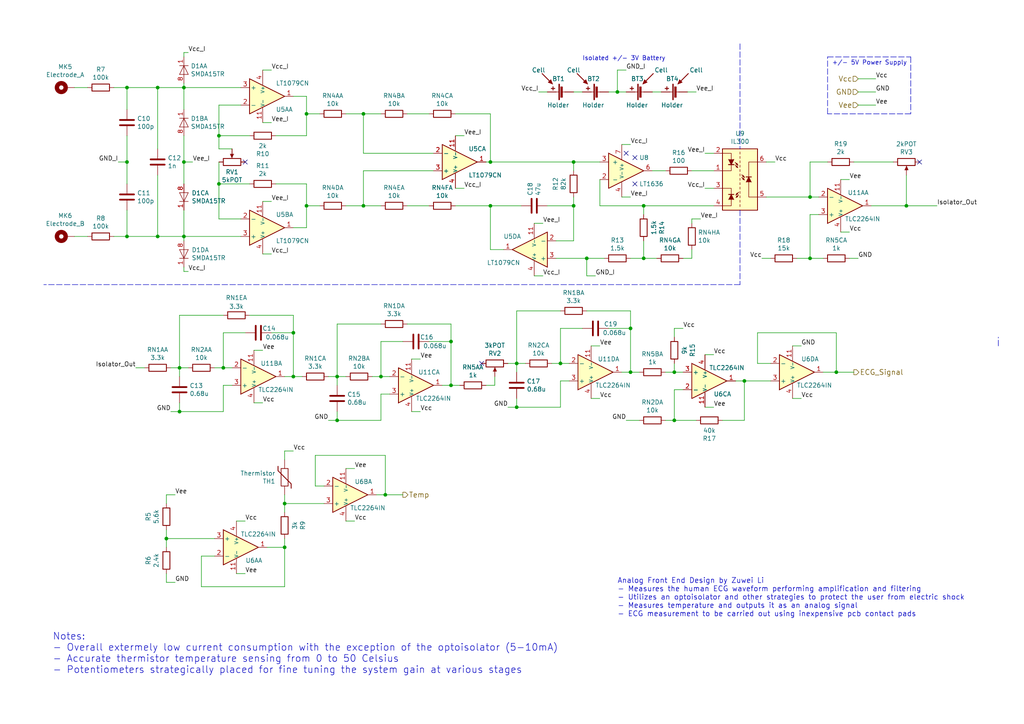
<source format=kicad_sch>
(kicad_sch (version 20231120) (generator "eeschema") (generator_version "8.0")
  (paper "A4")
  (junction (at 149.86 118.11))
  (junction (at 53.34 25.4))
  (junction (at 166.37 46.99))
  (junction (at 242.57 107.95))
  (junction (at 142.24 59.69))
  (junction (at 170.18 74.93))
  (junction (at 52.07 106.68))
  (junction (at 195.58 107.95))
  (junction (at 53.34 68.58))
  (junction (at 45.72 25.4))
  (junction (at 97.79 121.92))
  (junction (at 110.49 109.22))
  (junction (at 186.69 74.93))
  (junction (at 111.76 143.51))
  (junction (at 45.72 68.58))
  (junction (at 63.5 39.37))
  (junction (at 48.26 156.21))
  (junction (at 182.88 107.95))
  (junction (at 149.86 105.41))
  (junction (at 52.07 119.38))
  (junction (at 63.5 53.34))
  (junction (at 88.9 59.69))
  (junction (at 234.95 57.15))
  (junction (at 82.55 158.75))
  (junction (at 36.83 25.4))
  (junction (at 85.09 96.52))
  (junction (at 130.81 99.06))
  (junction (at 82.55 146.05))
  (junction (at 142.24 46.99))
  (junction (at 162.56 105.41))
  (junction (at 105.41 59.69))
  (junction (at 195.58 121.92))
  (junction (at 53.34 46.99))
  (junction (at 262.89 59.69))
  (junction (at 85.09 109.22))
  (junction (at 186.69 59.69))
  (junction (at 97.79 109.22))
  (junction (at 88.9 33.02))
  (junction (at 36.83 46.99))
  (junction (at 182.88 95.25))
  (junction (at 36.83 68.58))
  (junction (at 166.37 59.69))
  (junction (at 130.81 111.76))
  (junction (at 64.77 106.68))
  (junction (at 179.07 26.67))
  (junction (at 215.9 110.49))
  (junction (at 234.95 74.93))
  (junction (at 105.41 33.02))
  (no_connect (at 184.15 45.72))
  (no_connect (at 71.12 46.99))
  (no_connect (at 184.15 53.34))
  (no_connect (at 139.7 105.41))
  (no_connect (at 266.7 46.99))
  (no_connect (at 181.61 44.45))
  (wire (pts (xy 41.91 106.68) (xy 39.37 106.68)))
  (wire (pts (xy 64.77 96.52) (xy 64.77 106.68)))
  (wire (pts (xy 49.53 106.68) (xy 52.07 106.68)))
  (wire (pts (xy 229.87 115.57) (xy 232.41 115.57)))
  (wire (pts (xy 100.33 135.89) (xy 102.87 135.89)))
  (wire (pts (xy 69.85 68.58) (xy 53.34 68.58)))
  (wire (pts (xy 171.45 100.33) (xy 173.99 100.33)))
  (wire (pts (xy 142.24 46.99) (xy 166.37 46.99)))
  (wire (pts (xy 21.59 25.4) (xy 25.4 25.4)))
  (wire (pts (xy 48.26 158.75) (xy 48.26 156.21)))
  (wire (pts (xy 100.33 59.69) (xy 105.41 59.69)))
  (wire (pts (xy 69.85 30.48) (xy 63.5 30.48)))
  (wire (pts (xy 166.37 46.99) (xy 173.99 46.99)))
  (wire (pts (xy 97.79 119.38) (xy 97.79 121.92)))
  (wire (pts (xy 82.55 130.81) (xy 85.09 130.81)))
  (wire (pts (xy 111.76 143.51) (xy 109.22 143.51)))
  (wire (pts (xy 53.34 69.85) (xy 53.34 68.58)))
  (wire (pts (xy 93.98 140.97) (xy 91.44 140.97)))
  (wire (pts (xy 222.25 46.99) (xy 224.79 46.99)))
  (wire (pts (xy 222.25 57.15) (xy 234.95 57.15)))
  (wire (pts (xy 243.84 52.07) (xy 246.38 52.07)))
  (wire (pts (xy 85.09 109.22) (xy 85.09 96.52)))
  (wire (pts (xy 130.81 111.76) (xy 133.35 111.76)))
  (wire (pts (xy 36.83 60.96) (xy 36.83 68.58)))
  (wire (pts (xy 182.88 107.95) (xy 185.42 107.95)))
  (wire (pts (xy 171.45 115.57) (xy 173.99 115.57)))
  (wire (pts (xy 130.81 111.76) (xy 130.81 99.06)))
  (wire (pts (xy 173.99 59.69) (xy 186.69 59.69)))
  (wire (pts (xy 95.25 109.22) (xy 97.79 109.22)))
  (wire (pts (xy 179.07 20.32) (xy 181.61 20.32)))
  (wire (pts (xy 67.31 43.18) (xy 63.5 43.18)))
  (wire (pts (xy 161.29 74.93) (xy 170.18 74.93)))
  (wire (pts (xy 172.72 80.01) (xy 170.18 80.01)))
  (wire (pts (xy 82.55 133.35) (xy 82.55 130.81)))
  (wire (pts (xy 219.71 96.52) (xy 242.57 96.52)))
  (wire (pts (xy 48.26 143.51) (xy 50.8 143.51)))
  (wire (pts (xy 195.58 97.79) (xy 195.58 95.25)))
  (wire (pts (xy 220.98 74.93) (xy 223.52 74.93)))
  (wire (pts (xy 146.05 72.39) (xy 142.24 72.39)))
  (wire (pts (xy 97.79 111.76) (xy 97.79 109.22)))
  (wire (pts (xy 162.56 118.11) (xy 149.86 118.11)))
  (wire (pts (xy 234.95 74.93) (xy 234.95 62.23)))
  (wire (pts (xy 21.59 68.58) (xy 25.4 68.58)))
  (wire (pts (xy 143.51 109.22) (xy 143.51 111.76)))
  (wire (pts (xy 158.75 59.69) (xy 166.37 59.69)))
  (wire (pts (xy 71.12 96.52) (xy 64.77 96.52)))
  (wire (pts (xy 36.83 25.4) (xy 45.72 25.4)))
  (wire (pts (xy 76.2 20.32) (xy 78.74 20.32)))
  (wire (pts (xy 67.31 111.76) (xy 64.77 111.76)))
  (wire (pts (xy 33.02 68.58) (xy 36.83 68.58)))
  (wire (pts (xy 180.34 57.15) (xy 182.88 57.15)))
  (wire (pts (xy 248.92 30.48) (xy 254 30.48)))
  (wire (pts (xy 105.41 44.45) (xy 125.73 44.45)))
  (wire (pts (xy 54.61 15.24) (xy 53.34 15.24)))
  (wire (pts (xy 193.04 121.92) (xy 195.58 121.92)))
  (wire (pts (xy 88.9 66.04) (xy 85.09 66.04)))
  (wire (pts (xy 142.24 46.99) (xy 140.97 46.99)))
  (wire (pts (xy 100.33 151.13) (xy 102.87 151.13)))
  (wire (pts (xy 48.26 153.67) (xy 48.26 156.21)))
  (wire (pts (xy 180.34 41.91) (xy 182.88 41.91)))
  (wire (pts (xy 53.34 60.96) (xy 53.34 68.58)))
  (wire (pts (xy 80.01 53.34) (xy 88.9 53.34)))
  (wire (pts (xy 110.49 99.06) (xy 110.49 109.22)))
  (wire (pts (xy 63.5 53.34) (xy 72.39 53.34)))
  (wire (pts (xy 95.25 121.92) (xy 97.79 121.92)))
  (wire (pts (xy 189.23 49.53) (xy 193.04 49.53)))
  (wire (pts (xy 82.55 158.75) (xy 82.55 156.21)))
  (wire (pts (xy 229.87 100.33) (xy 232.41 100.33)))
  (wire (pts (xy 63.5 39.37) (xy 63.5 43.18)))
  (wire (pts (xy 198.12 113.03) (xy 195.58 113.03)))
  (wire (pts (xy 132.08 54.61) (xy 134.62 54.61)))
  (wire (pts (xy 170.18 74.93) (xy 175.26 74.93)))
  (wire (pts (xy 88.9 53.34) (xy 88.9 59.69)))
  (wire (pts (xy 88.9 59.69) (xy 92.71 59.69)))
  (wire (pts (xy 166.37 57.15) (xy 166.37 59.69)))
  (wire (pts (xy 166.37 26.67) (xy 168.91 26.67)))
  (wire (pts (xy 242.57 107.95) (xy 247.65 107.95)))
  (wire (pts (xy 151.13 59.69) (xy 142.24 59.69)))
  (polyline (pts (xy 240.03 16.51) (xy 264.16 16.51)) (stroke (width 0) (type dash)))
  (wire (pts (xy 82.55 143.51) (xy 82.55 146.05)))
  (wire (pts (xy 76.2 73.66) (xy 78.74 73.66)))
  (wire (pts (xy 186.69 62.23) (xy 186.69 59.69)))
  (wire (pts (xy 36.83 25.4) (xy 36.83 31.75)))
  (wire (pts (xy 147.32 105.41) (xy 149.86 105.41)))
  (wire (pts (xy 53.34 25.4) (xy 53.34 31.75)))
  (wire (pts (xy 215.9 121.92) (xy 215.9 110.49)))
  (wire (pts (xy 204.47 118.11) (xy 207.01 118.11)))
  (wire (pts (xy 195.58 113.03) (xy 195.58 121.92)))
  (wire (pts (xy 154.94 80.01) (xy 157.48 80.01)))
  (wire (pts (xy 200.66 63.5) (xy 203.2 63.5)))
  (wire (pts (xy 82.55 109.22) (xy 85.09 109.22)))
  (polyline (pts (xy 289.56 100.33) (xy 289.56 97.79)) (stroke (width 0) (type dash)))
  (wire (pts (xy 110.49 109.22) (xy 113.03 109.22)))
  (wire (pts (xy 181.61 121.92) (xy 185.42 121.92)))
  (wire (pts (xy 119.38 104.14) (xy 121.92 104.14)))
  (wire (pts (xy 88.9 27.94) (xy 85.09 27.94)))
  (polyline (pts (xy 214.63 60.96) (xy 214.63 82.55)) (stroke (width 0) (type dash)))
  (wire (pts (xy 234.95 74.93) (xy 231.14 74.93)))
  (wire (pts (xy 234.95 62.23) (xy 237.49 62.23)))
  (wire (pts (xy 88.9 59.69) (xy 88.9 66.04)))
  (wire (pts (xy 147.32 118.11) (xy 149.86 118.11)))
  (wire (pts (xy 53.34 46.99) (xy 53.34 53.34)))
  (wire (pts (xy 166.37 69.85) (xy 161.29 69.85)))
  (wire (pts (xy 234.95 57.15) (xy 237.49 57.15)))
  (wire (pts (xy 64.77 106.68) (xy 67.31 106.68)))
  (wire (pts (xy 130.81 99.06) (xy 124.46 99.06)))
  (wire (pts (xy 246.38 74.93) (xy 248.92 74.93)))
  (wire (pts (xy 69.85 25.4) (xy 53.34 25.4)))
  (wire (pts (xy 63.5 30.48) (xy 63.5 39.37)))
  (wire (pts (xy 92.71 33.02) (xy 88.9 33.02)))
  (wire (pts (xy 36.83 68.58) (xy 45.72 68.58)))
  (wire (pts (xy 180.34 107.95) (xy 182.88 107.95)))
  (wire (pts (xy 166.37 49.53) (xy 166.37 46.99)))
  (wire (pts (xy 48.26 168.91) (xy 50.8 168.91)))
  (wire (pts (xy 200.66 49.53) (xy 207.01 49.53)))
  (wire (pts (xy 160.02 105.41) (xy 162.56 105.41)))
  (wire (pts (xy 186.69 59.69) (xy 207.01 59.69)))
  (wire (pts (xy 76.2 58.42) (xy 78.74 58.42)))
  (wire (pts (xy 53.34 39.37) (xy 53.34 46.99)))
  (wire (pts (xy 48.26 166.37) (xy 48.26 168.91)))
  (wire (pts (xy 63.5 46.99) (xy 63.5 53.34)))
  (wire (pts (xy 142.24 46.99) (xy 142.24 33.02)))
  (wire (pts (xy 77.47 158.75) (xy 82.55 158.75)))
  (wire (pts (xy 262.89 59.69) (xy 271.78 59.69)))
  (wire (pts (xy 247.65 46.99) (xy 259.08 46.99)))
  (wire (pts (xy 82.55 146.05) (xy 82.55 148.59)))
  (wire (pts (xy 52.07 116.84) (xy 52.07 119.38)))
  (wire (pts (xy 45.72 25.4) (xy 53.34 25.4)))
  (wire (pts (xy 53.34 77.47) (xy 53.34 78.74)))
  (wire (pts (xy 200.66 64.77) (xy 200.66 63.5)))
  (wire (pts (xy 119.38 119.38) (xy 121.92 119.38)))
  (wire (pts (xy 143.51 111.76) (xy 140.97 111.76)))
  (wire (pts (xy 72.39 91.44) (xy 85.09 91.44)))
  (wire (pts (xy 207.01 54.61) (xy 204.47 54.61)))
  (wire (pts (xy 63.5 63.5) (xy 69.85 63.5)))
  (wire (pts (xy 132.08 39.37) (xy 134.62 39.37)))
  (wire (pts (xy 62.23 161.29) (xy 58.42 161.29)))
  (wire (pts (xy 200.66 74.93) (xy 200.66 72.39)))
  (wire (pts (xy 88.9 33.02) (xy 88.9 27.94)))
  (wire (pts (xy 68.58 151.13) (xy 71.12 151.13)))
  (wire (pts (xy 82.55 146.05) (xy 93.98 146.05)))
  (wire (pts (xy 189.23 26.67) (xy 191.77 26.67)))
  (wire (pts (xy 179.07 20.32) (xy 179.07 26.67)))
  (wire (pts (xy 111.76 132.08) (xy 111.76 143.51)))
  (wire (pts (xy 234.95 46.99) (xy 240.03 46.99)))
  (wire (pts (xy 91.44 132.08) (xy 111.76 132.08)))
  (wire (pts (xy 110.49 114.3) (xy 110.49 121.92)))
  (wire (pts (xy 149.86 105.41) (xy 152.4 105.41)))
  (wire (pts (xy 170.18 80.01) (xy 170.18 74.93)))
  (wire (pts (xy 64.77 111.76) (xy 64.77 119.38)))
  (wire (pts (xy 204.47 102.87) (xy 207.01 102.87)))
  (wire (pts (xy 91.44 140.97) (xy 91.44 132.08)))
  (wire (pts (xy 215.9 110.49) (xy 213.36 110.49)))
  (wire (pts (xy 105.41 49.53) (xy 105.41 59.69)))
  (wire (pts (xy 168.91 95.25) (xy 162.56 95.25)))
  (wire (pts (xy 48.26 156.21) (xy 62.23 156.21)))
  (wire (pts (xy 85.09 91.44) (xy 85.09 96.52)))
  (wire (pts (xy 88.9 39.37) (xy 88.9 33.02)))
  (wire (pts (xy 68.58 166.37) (xy 71.12 166.37)))
  (wire (pts (xy 242.57 107.95) (xy 238.76 107.95)))
  (wire (pts (xy 58.42 161.29) (xy 58.42 170.18)))
  (wire (pts (xy 170.18 90.17) (xy 182.88 90.17)))
  (wire (pts (xy 52.07 106.68) (xy 52.07 91.44)))
  (wire (pts (xy 33.02 25.4) (xy 36.83 25.4)))
  (wire (pts (xy 118.11 33.02) (xy 124.46 33.02)))
  (wire (pts (xy 52.07 91.44) (xy 64.77 91.44)))
  (wire (pts (xy 105.41 33.02) (xy 105.41 44.45)))
  (wire (pts (xy 166.37 59.69) (xy 166.37 69.85)))
  (wire (pts (xy 76.2 35.56) (xy 78.74 35.56)))
  (wire (pts (xy 234.95 74.93) (xy 238.76 74.93)))
  (wire (pts (xy 73.66 101.6) (xy 76.2 101.6)))
  (wire (pts (xy 105.41 33.02) (xy 100.33 33.02)))
  (wire (pts (xy 110.49 59.69) (xy 105.41 59.69)))
  (wire (pts (xy 195.58 95.25) (xy 198.12 95.25)))
  (wire (pts (xy 62.23 106.68) (xy 64.77 106.68)))
  (wire (pts (xy 248.92 22.86) (xy 254 22.86)))
  (wire (pts (xy 107.95 109.22) (xy 110.49 109.22)))
  (wire (pts (xy 110.49 121.92) (xy 97.79 121.92)))
  (wire (pts (xy 162.56 105.41) (xy 165.1 105.41)))
  (wire (pts (xy 132.08 33.02) (xy 142.24 33.02)))
  (wire (pts (xy 111.76 143.51) (xy 116.84 143.51)))
  (wire (pts (xy 149.86 90.17) (xy 162.56 90.17)))
  (wire (pts (xy 110.49 33.02) (xy 105.41 33.02)))
  (wire (pts (xy 45.72 68.58) (xy 53.34 68.58)))
  (wire (pts (xy 85.09 96.52) (xy 78.74 96.52)))
  (polyline (pts (xy 214.63 12.7) (xy 214.63 43.18)) (stroke (width 0) (type dash)))
  (wire (pts (xy 53.34 78.74) (xy 54.61 78.74)))
  (polyline (pts (xy 214.63 82.55) (xy 12.7 82.55)) (stroke (width 0) (type dash)))
  (wire (pts (xy 118.11 59.69) (xy 124.46 59.69)))
  (wire (pts (xy 45.72 25.4) (xy 45.72 43.18)))
  (wire (pts (xy 118.11 93.98) (xy 130.81 93.98)))
  (wire (pts (xy 209.55 121.92) (xy 215.9 121.92)))
  (wire (pts (xy 58.42 170.18) (xy 82.55 170.18)))
  (wire (pts (xy 154.94 64.77) (xy 157.48 64.77)))
  (wire (pts (xy 179.07 26.67) (xy 181.61 26.67)))
  (wire (pts (xy 252.73 59.69) (xy 262.89 59.69)))
  (wire (pts (xy 82.55 170.18) (xy 82.55 158.75)))
  (wire (pts (xy 130.81 93.98) (xy 130.81 99.06)))
  (wire (pts (xy 198.12 74.93) (xy 200.66 74.93)))
  (wire (pts (xy 149.86 105.41) (xy 149.86 90.17)))
  (wire (pts (xy 182.88 95.25) (xy 176.53 95.25)))
  (wire (pts (xy 132.08 59.69) (xy 142.24 59.69)))
  (wire (pts (xy 162.56 110.49) (xy 162.56 118.11)))
  (wire (pts (xy 193.04 107.95) (xy 195.58 107.95)))
  (wire (pts (xy 242.57 96.52) (xy 242.57 107.95)))
  (wire (pts (xy 195.58 121.92) (xy 201.93 121.92)))
  (wire (pts (xy 182.88 90.17) (xy 182.88 95.25)))
  (wire (pts (xy 262.89 59.69) (xy 262.89 50.8)))
  (wire (pts (xy 53.34 46.99) (xy 55.88 46.99)))
  (wire (pts (xy 248.92 26.67) (xy 254 26.67)))
  (wire (pts (xy 162.56 95.25) (xy 162.56 105.41)))
  (wire (pts (xy 186.69 69.85) (xy 186.69 74.93)))
  (wire (pts (xy 80.01 39.37) (xy 88.9 39.37)))
  (wire (pts (xy 234.95 57.15) (xy 234.95 46.99)))
  (wire (pts (xy 142.24 59.69) (xy 142.24 72.39)))
  (wire (pts (xy 149.86 107.95) (xy 149.86 105.41)))
  (wire (pts (xy 49.53 119.38) (xy 52.07 119.38)))
  (wire (pts (xy 97.79 93.98) (xy 110.49 93.98)))
  (wire (pts (xy 105.41 49.53) (xy 125.73 49.53)))
  (polyline (pts (xy 264.16 33.02) (xy 240.03 33.02)) (stroke (width 0) (type dash)))
  (wire (pts (xy 113.03 114.3) (xy 110.49 114.3)))
  (wire (pts (xy 223.52 105.41) (xy 219.71 105.41)))
  (wire (pts (xy 165.1 110.49) (xy 162.56 110.49)))
  (wire (pts (xy 63.5 53.34) (xy 63.5 63.5)))
  (wire (pts (xy 36.83 46.99) (xy 36.83 53.34)))
  (wire (pts (xy 87.63 109.22) (xy 85.09 109.22)))
  (wire (pts (xy 52.07 106.68) (xy 54.61 106.68)))
  (wire (pts (xy 128.27 111.76) (xy 130.81 111.76)))
  (polyline (pts (xy 264.16 16.51) (xy 264.16 33.02)) (stroke (width 0) (type dash)))
  (wire (pts (xy 97.79 109.22) (xy 97.79 93.98)))
  (wire (pts (xy 34.29 46.99) (xy 36.83 46.99)))
  (wire (pts (xy 149.86 115.57) (xy 149.86 118.11)))
  (wire (pts (xy 215.9 110.49) (xy 223.52 110.49)))
  (wire (pts (xy 45.72 50.8) (xy 45.72 68.58)))
  (wire (pts (xy 116.84 99.06) (xy 110.49 99.06)))
  (wire (pts (xy 48.26 146.05) (xy 48.26 143.51)))
  (wire (pts (xy 186.69 74.93) (xy 190.5 74.93)))
  (wire (pts (xy 73.66 116.84) (xy 76.2 116.84)))
  (wire (pts (xy 52.07 109.22) (xy 52.07 106.68)))
  (polyline (pts (xy 240.03 33.02) (xy 240.03 16.51)) (stroke (width 0) (type dash)))
  (wire (pts (xy 97.79 109.22) (xy 100.33 109.22)))
  (wire (pts (xy 53.34 15.24) (xy 53.34 16.51)))
  (wire (pts (xy 158.75 26.67) (xy 156.21 26.67)))
  (wire (pts (xy 204.47 44.45) (xy 207.01 44.45)))
  (wire (pts (xy 176.53 26.67) (xy 179.07 26.67)))
  (wire (pts (xy 195.58 107.95) (xy 198.12 107.95)))
  (wire (pts (xy 64.77 119.38) (xy 52.07 119.38)))
  (wire (pts (xy 219.71 105.41) (xy 219.71 96.52)))
  (wire (pts (xy 195.58 105.41) (xy 195.58 107.95)))
  (wire (pts (xy 182.88 107.95) (xy 182.88 95.25)))
  (wire (pts (xy 72.39 39.37) (xy 63.5 39.37)))
  (wire (pts (xy 173.99 59.69) (xy 173.99 52.07)))
  (wire (pts (xy 182.88 74.93) (xy 186.69 74.93)))
  (wire (pts (xy 36.83 39.37) (xy 36.83 46.99)))
  (wire (pts (xy 53.34 24.13) (xy 53.34 25.4)))
  (wire (pts (xy 199.39 26.67) (xy 201.93 26.67)))
  (wire (pts (xy 243.84 67.31) (xy 246.38 67.31)))
  (text "+/- 5V Power Supply" (at 241.3 19.05 0) (effects (font (size 1.27 1.27)) (justify left bottom)))
  (text "Analog Front End Design by Zuwei Li\n- Measures the human ECG waveform performing amplification and filtering\n- Utilizes an optoisolator and other strategies to protect the user from electric shock\n- Measures temperature and outputs it as an analog signal\n- ECG measurement to be carried out using inexpensive pcb contact pads" (at 179.07 179.07 0) (effects (font (size 1.4986 1.4986)) (justify left bottom)))
  (text "Notes:\n- Overall extermely low current consumption with the exception of the optoisolator (5-10mA)\n- Accurate thermistor temperature sensing from 0 to 50 Celsius\n- Potentiometers strategically placed for fine tuning the system gain at various stages" (at 15.24 195.58 0) (effects (font (size 2.0066 2.0066)) (justify left bottom)))
  (text "Isolated +/- 3V Battery" (at 168.91 17.78 0) (effects (font (size 1.27 1.27)) (justify left bottom)))
  (label "GND" (at 50.8 168.91 0))
  (label "Vee_I" (at 204.47 44.45 180))
  (label "Vcc_I" (at 204.47 54.61 180))
  (label "Vcc_I" (at 54.61 15.24 0))
  (label "Isolator_Out" (at 271.78 59.69 0))
  (label "Vee_I" (at 78.74 58.42 0))
  (label "Vcc" (at 232.41 115.57 0))
  (label "Vcc" (at 121.92 119.38 0))
  (label "GND" (at 232.41 100.33 0))
  (label "Vcc" (at 220.98 74.93 180))
  (label "GND" (at 95.25 121.92 180))
  (label "Vee" (at 71.12 166.37 0))
  (label "Vee" (at 121.92 104.14 0))
  (label "GND" (at 254 26.67 0))
  (label "Vcc" (at 102.87 151.13 0))
  (label "Vcc_I" (at 182.88 41.91 0))
  (label "GND" (at 248.92 74.93 0))
  (label "GND_I" (at 181.61 20.32 0))
  (label "Vcc" (at 173.99 115.57 0))
  (label "Vcc_I" (at 78.74 73.66 0))
  (label "Vcc" (at 246.38 67.31 0))
  (label "Vee" (at 76.2 101.6 0))
  (label "Vee" (at 50.8 143.51 0))
  (label "Vee_I" (at 203.2 63.5 0))
  (label "Vcc" (at 254 22.86 0))
  (label "Vcc" (at 224.79 46.99 0))
  (label "Vcc_I" (at 157.48 80.01 0))
  (label "GND" (at 181.61 121.92 180))
  (label "Vee_I" (at 78.74 35.56 0))
  (label "Vee_I" (at 157.48 64.77 0))
  (label "Vcc_I" (at 78.74 20.32 0))
  (label "Vcc_I" (at 134.62 54.61 0))
  (label "Vcc" (at 198.12 95.25 0))
  (label "Vcc" (at 71.12 151.13 0))
  (label "Vcc_I" (at 54.61 78.74 0))
  (label "Vee_I" (at 201.93 26.67 0))
  (label "Vee" (at 246.38 52.07 0))
  (label "Vee_I" (at 134.62 39.37 0))
  (label "GND" (at 49.53 119.38 180))
  (label "Vee" (at 102.87 135.89 0))
  (label "GND_I" (at 34.29 46.99 180))
  (label "GND" (at 147.32 118.11 180))
  (label "Vee_I" (at 55.88 46.99 0))
  (label "Isolator_Out" (at 39.37 106.68 180))
  (label "Vcc" (at 207.01 102.87 0))
  (label "Vcc" (at 85.09 130.81 0))
  (label "Vcc" (at 76.2 116.84 0))
  (label "Vee" (at 173.99 100.33 0))
  (label "Vee_I" (at 182.88 57.15 0))
  (label "GND_I" (at 172.72 80.01 0))
  (label "Vcc_I" (at 156.21 26.67 180))
  (label "Vee" (at 254 30.48 0))
  (label "Vee" (at 207.01 118.11 0))
  (hierarchical_label "ECG_Signal" (shape output) (at 247.65 107.95 0) (effects (font (size 1.4986 1.4986))))
  (hierarchical_label "Temp" (shape output) (at 116.84 143.51 0) (effects (font (size 1.4986 1.4986))))
  (hierarchical_label "GND" (shape input) (at 248.92 26.67 180) (effects (font (size 1.4986 1.4986))))
  (hierarchical_label "Vee" (shape input) (at 248.92 30.48 180) (effects (font (size 1.4986 1.4986))))
  (hierarchical_label "Vcc" (shape input) (at 248.92 22.86 180) (effects (font (size 1.4986 1.4986))))
  (symbol (lib_id "Main-rescue:Thermistor-device") (at 82.55 138.43 180) (unit 1)
    (property "Reference" "TH1" (at 79.883 139.5984 0) (effects (justify left)))
    (property "Value" "Thermistor" (at 79.883 137.287 0) (effects (justify left)))
    (property "Footprint" "Libraries:DC103G9G" (effects (hide yes)))
    (property "Datasheet" "http://www.ussensor.com/sites/default/files/downloads/DC103G9G.pdf" (effects (hide yes)))
    (property "Digikey" "615-1054-ND" (effects (hide yes)))
    (property "manf#" "DC103G9G" (effects (hide yes)))
  )
  (symbol (lib_id "Main-rescue:Mounting_Hole_PAD-mechanical") (at 19.05 68.58 90) (unit 1)
    (property "Reference" "MK6" (at 18.923 62.5602 90))
    (property "Value" "Electrode_B" (at 18.923 64.8716 90))
    (property "Footprint" "Libraries:ECG_Pad" (effects (hide yes)))
    (property "manf#" "N/A" (effects (hide yes)))
    (property "Digikey" "N/A" (effects (hide yes)))
  )
  (symbol (lib_id "Main-rescue:Mounting_Hole_PAD-mechanical") (at 19.05 25.4 90) (unit 1)
    (property "Reference" "MK5" (at 18.923 19.3802 90))
    (property "Value" "Electrode_A" (at 18.923 21.6916 90))
    (property "Footprint" "Libraries:ECG_Pad" (effects (hide yes)))
    (property "manf#" "N/A" (effects (hide yes)))
    (property "Digikey" "N/A" (effects (hide yes)))
  )
  (symbol (lib_id "Main-rescue:Battery_Cell-device") (at 163.83 26.67 90) (unit 1)
    (property "Reference" "BT1" (at 163.83 22.86 90) (effects (justify left)))
    (property "Value" "Holder" (at 165.1 30.48 90) (effects (justify left)))
    (property "Footprint" "Battery_Holders:Keystone_3001_1x12mm-CoinCell" (effects (hide yes)))
    (property "Datasheet" "http://www.memoryprotectiondevices.com/datasheets/BK-5091-datasheet.pdf" (effects (hide yes)))
    (property "manf#" "BK-5091" (effects (hide yes)))
    (property "Digikey" "BK-5091-ND" (effects (hide yes)))
  )
  (symbol (lib_id "Main-rescue:R-device") (at 29.21 25.4 270) (unit 1)
    (property "Reference" "R7" (at 29.21 20.1422 90))
    (property "Value" "100k" (at 29.21 22.4536 90))
    (property "Footprint" "Resistors_SMD:R_1206_HandSoldering" (effects (hide yes)))
    (property "Datasheet" "http://www.yageo.com/documents/recent/PYu-RC_Group_51_RoHS_L_9.pdf" (effects (hide yes)))
    (property "Digikey" "311-100KFRCT-ND" (effects (hide yes)))
    (property "manf#" "RC1206FR-07100KL" (effects (hide yes)))
  )
  (symbol (lib_id "Main-rescue:C-device") (at 45.72 46.99 0) (unit 1)
    (property "Reference" "C12" (at 48.641 45.8216 0) (effects (justify left)))
    (property "Value" "1n" (at 48.641 48.133 0) (effects (justify left)))
    (property "Footprint" "Resistors_SMD:R_1206_HandSoldering" (effects (hide yes)))
    (property "Datasheet" "http://katalog.we-online.de/pbs/datasheet/885012208022.pdf" (effects (hide yes)))
    (property "Digikey" "732-8089-1-ND" (effects (hide yes)))
    (property "manf#" "885012208022" (effects (hide yes)))
  )
  (symbol (lib_id "Main-rescue:IL300-opto") (at 214.63 52.07 0) (unit 1)
    (property "Reference" "U9" (at 214.63 38.735 0))
    (property "Value" "IL300" (at 214.63 41.0464 0))
    (property "Footprint" "Housings_DIP:DIP-8_W7.62mm" (effects (hide yes)))
    (property "Datasheet" "http://www.vishay.com/docs/83622/il300.pdf" (effects (hide yes)))
    (property "manf#" "IL300-F" (effects (hide yes)))
    (property "Digikey" "751-1296-5-ND" (effects (hide yes)))
  )
  (symbol (lib_id "Main-rescue:C-device") (at 36.83 35.56 0) (unit 1)
    (property "Reference" "C10" (at 39.751 34.3916 0) (effects (justify left)))
    (property "Value" "100p" (at 39.751 36.703 0) (effects (justify left)))
    (property "Footprint" "Resistors_SMD:R_1206_HandSoldering" (effects (hide yes)))
    (property "Datasheet" "http://katalog.we-online.de/pbs/datasheet/885012008004.pdf" (effects (hide yes)))
    (property "Digikey" "732-7864-1-ND" (effects (hide yes)))
    (property "manf#" "885012008004" (effects (hide yes)))
  )
  (symbol (lib_id "Main-rescue:LT1079CN-LT1079") (at 76.2 27.94 0) (unit 1)
    (property "Reference" "U5A" (at 80.01 31.75 0) (effects (justify left)))
    (property "Value" "LT1079CN" (at 80.01 24.13 0) (effects (justify left)))
    (property "Footprint" "Housings_DIP:DIP-14_W7.62mm" (effects (hide yes)))
    (property "Datasheet" "http://www.analog.com/media/en/technical-documentation/data-sheets/10789fe.pdf?domain=www.linear.com" (effects (hide yes)))
    (property "manf#" "LT1079CN#PBF" (effects (hide yes)))
    (property "Digikey" "LT1079CN#PBF-ND" (effects (hide yes)))
  )
  (symbol (lib_id "Main-rescue:LT1079CN-LT1079") (at 76.2 66.04 0) (mirror x) (unit 1)
    (property "Reference" "U5B" (at 80.01 62.23 0) (effects (justify left)))
    (property "Value" "LT1079CN" (at 80.01 69.85 0) (effects (justify left)))
    (property "Footprint" "Housings_DIP:DIP-14_W7.62mm" (effects (hide yes)))
    (property "Datasheet" "http://www.analog.com/media/en/technical-documentation/data-sheets/10789fe.pdf?domain=www.linear.com" (effects (hide yes)))
    (property "manf#" "LT1079CN#PBF" (effects (hide yes)))
    (property "Digikey" "LT1079CN#PBF-ND" (effects (hide yes)))
  )
  (symbol (lib_id "Main-rescue:LT1079CN-LT1079") (at 132.08 46.99 0) (mirror x) (unit 1)
    (property "Reference" "U5C" (at 135.89 43.18 0) (effects (justify left)))
    (property "Value" "LT1079CN" (at 135.89 50.8 0) (effects (justify left)))
    (property "Footprint" "Housings_DIP:DIP-14_W7.62mm" (effects (hide yes)))
    (property "Datasheet" "http://www.analog.com/media/en/technical-documentation/data-sheets/10789fe.pdf?domain=www.linear.com" (effects (hide yes)))
    (property "manf#" "LT1079CN#PBF" (effects (hide yes)))
    (property "Digikey" "LT1079CN#PBF-ND" (effects (hide yes)))
  )
  (symbol (lib_id "Main-rescue:LT1079CN-LT1079") (at 154.94 72.39 180) (unit 1)
    (property "Reference" "U5D" (at 148.59 68.58 0))
    (property "Value" "LT1079CN" (at 146.05 76.2 0))
    (property "Footprint" "Housings_DIP:DIP-14_W7.62mm" (effects (hide yes)))
    (property "Datasheet" "http://www.analog.com/media/en/technical-documentation/data-sheets/10789fe.pdf?domain=www.linear.com" (effects (hide yes)))
    (property "manf#" "LT1079CN#PBF" (effects (hide yes)))
    (property "Digikey" "LT1079CN#PBF-ND" (effects (hide yes)))
  )
  (symbol (lib_id "Main-rescue:R-device") (at 76.2 39.37 90) (unit 1)
    (property "Reference" "R10" (at 76.2 44.6278 90))
    (property "Value" "2k" (at 76.2 42.3164 90))
    (property "Footprint" "Resistors_SMD:R_1206_HandSoldering" (effects (hide yes)))
    (property "Datasheet" "http://www.yageo.com/documents/recent/PYu-RC_Group_51_RoHS_L_9.pdf" (effects (hide yes)))
    (property "Digikey" "311-2.00KFRCT-ND" (effects (hide yes)))
    (property "manf#" "RC1206FR-072KL" (effects (hide yes)))
  )
  (symbol (lib_id "Main-rescue:C-device") (at 36.83 57.15 0) (unit 1)
    (property "Reference" "C11" (at 39.751 55.9816 0) (effects (justify left)))
    (property "Value" "100p" (at 39.751 58.293 0) (effects (justify left)))
    (property "Footprint" "Resistors_SMD:R_1206_HandSoldering" (effects (hide yes)))
    (property "Datasheet" "http://katalog.we-online.de/pbs/datasheet/885012008004.pdf" (effects (hide yes)))
    (property "Digikey" "732-7864-1-ND" (effects (hide yes)))
    (property "manf#" "885012008004" (effects (hide yes)))
  )
  (symbol (lib_id "Main-rescue:POT-device") (at 67.31 46.99 90) (unit 1)
    (property "Reference" "RV1" (at 67.31 49.8856 90))
    (property "Value" "5kPOT" (at 67.31 52.197 90))
    (property "Footprint" "Potentiometers:Potentiometer_Trimmer_Bourns_3296W" (effects (hide yes)))
    (property "Datasheet" "http://www.bourns.com/docs/Product-Datasheets/pv36.pdf" (effects (hide yes)))
    (property "Digikey" "490-2888-ND" (effects (hide yes)))
    (property "manf#" "PV36W502C01B00" (effects (hide yes)))
  )
  (symbol (lib_id "Main-rescue:R-device") (at 82.55 152.4 180) (unit 1)
    (property "Reference" "R9" (at 87.8078 152.4 90))
    (property "Value" "3k" (at 85.4964 152.4 90))
    (property "Footprint" "Resistors_SMD:R_1206_HandSoldering" (effects (hide yes)))
    (property "Datasheet" "http://www.yageo.com/documents/recent/PYu-RC_Group_51_RoHS_L_9.pdf" (effects (hide yes)))
    (property "Digikey" "311-3.0KERCT-ND" (effects (hide yes)))
    (property "manf#" "RC1206JR-073KL" (effects (hide yes)))
  )
  (symbol (lib_id "Main-rescue:C-device") (at 154.94 59.69 90) (unit 1)
    (property "Reference" "C18" (at 153.7716 56.769 0) (effects (justify left)))
    (property "Value" "47u" (at 156.083 56.769 0) (effects (justify left)))
    (property "Footprint" "Resistors_SMD:R_1206_HandSoldering" (effects (hide yes)))
    (property "Datasheet" "https://www.murata.com/~/media/webrenewal/support/library/catalog/products/capacitor/mlcc/c02e.ashx" (effects (hide yes)))
    (property "Digikey" "490-8337-1-ND" (effects (hide yes)))
    (property "manf#" "GRM31CC80J476KE18L" (effects (hide yes)))
  )
  (symbol (lib_id "Main-rescue:R-device") (at 166.37 53.34 0) (unit 1)
    (property "Reference" "R12" (at 161.1122 53.34 90))
    (property "Value" "82k" (at 163.4236 53.34 90))
    (property "Footprint" "Resistors_SMD:R_1206_HandSoldering" (effects (hide yes)))
    (property "Datasheet" "http://www.yageo.com/documents/recent/PYu-RC_Group_51_RoHS_L_9.pdf" (effects (hide yes)))
    (property "Digikey" "311-82.0KFRCT-ND" (effects (hide yes)))
    (property "manf#" "RC1206FR-0782KL" (effects (hide yes)))
  )
  (symbol (lib_id "Main-rescue:OP777-OP777") (at 180.34 49.53 0) (unit 1)
    (property "Reference" "U8" (at 185.42 45.72 0) (effects (justify left)))
    (property "Value" "LT1636" (at 185.42 53.34 0) (effects (justify left)))
    (property "Footprint" "Housings_DIP:DIP-8_W7.62mm" (effects (hide yes)))
    (property "Datasheet" "http://www.analog.com/media/en/technical-documentation/data-sheets/1636fc.pdf?domain=www.linear.com" (effects (hide yes)))
    (property "manf#" "LT1636CN8#PBF" (effects (hide yes)))
    (property "Digikey" "LT1636CN8#PBF-ND" (effects (hide yes)))
  )
  (symbol (lib_id "Main-rescue:R-device") (at 196.85 49.53 270) (unit 1)
    (property "Reference" "R16" (at 196.85 44.2722 90))
    (property "Value" "100" (at 196.85 46.5836 90))
    (property "Footprint" "Resistors_SMD:R_1206_HandSoldering" (effects (hide yes)))
    (property "Datasheet" "http://www.yageo.com/NewPortal/yageodocoutput?fileName=/pdf/R-Chip/PYu-AC_51_RoHS_L_6.pdf" (effects (hide yes)))
    (property "Digikey" "YAG3804CT-ND" (effects (hide yes)))
    (property "manf#" "AC1206FR-07100RL" (effects (hide yes)))
  )
  (symbol (lib_id "Main-rescue:R-device") (at 186.69 66.04 180) (unit 1)
    (property "Reference" "R14" (at 191.9478 66.04 90))
    (property "Value" "1.5k" (at 189.6364 66.04 90))
    (property "Footprint" "Resistors_SMD:R_1206_HandSoldering" (effects (hide yes)))
    (property "Datasheet" "http://www.vishay.com/docs/28773/crcwce3.pdf" (effects (hide yes)))
    (property "Digikey" "541-4184-1-ND" (effects (hide yes)))
    (property "manf#" "CRCW12061K50FKEAC" (effects (hide yes)))
  )
  (symbol (lib_id "Main-rescue:SMDA15TR-SMDA15TR") (at 53.34 35.56 270) (unit 1)
    (property "Reference" "D1B" (at 55.3212 34.3916 90) (effects (justify left)))
    (property "Value" "SMDA15TR" (at 55.3212 36.703 90) (effects (justify left)))
    (property "Footprint" "Housings_SOIC:SOIC-8_3.9x4.9mm_Pitch1.27mm" (effects (hide yes)))
    (property "Datasheet" "http://www.smc-diodes.com/propdf/SMDA03%20THRU%20SMDA36%20N0294%20REV.A.pdf" (effects (hide yes)))
    (property "Digikey" "1655-1914-1-ND" (effects (hide yes)))
    (property "manf#" "SMDA15TR" (effects (hide yes)))
  )
  (symbol (lib_id "Main-rescue:SMDA15TR-SMDA15TR") (at 53.34 57.15 90) (unit 1)
    (property "Reference" "D1C" (at 55.5752 55.9816 90) (effects (justify right)))
    (property "Value" "SMDA15TR" (at 55.5752 58.293 90) (effects (justify right)))
    (property "Footprint" "Housings_SOIC:SOIC-8_3.9x4.9mm_Pitch1.27mm" (effects (hide yes)))
    (property "Datasheet" "http://www.smc-diodes.com/propdf/SMDA03%20THRU%20SMDA36%20N0294%20REV.A.pdf" (effects (hide yes)))
    (property "Digikey" "1655-1914-1-ND" (effects (hide yes)))
    (property "manf#" "SMDA15TR" (effects (hide yes)))
  )
  (symbol (lib_id "Main-rescue:SMDA15TR-SMDA15TR") (at 53.34 20.32 270) (unit 1)
    (property "Reference" "D1A" (at 55.3212 19.1516 90) (effects (justify left)))
    (property "Value" "SMDA15TR" (at 55.3212 21.463 90) (effects (justify left)))
    (property "Footprint" "Housings_SOIC:SOIC-8_3.9x4.9mm_Pitch1.27mm" (effects (hide yes)))
    (property "Datasheet" "http://www.smc-diodes.com/propdf/SMDA03%20THRU%20SMDA36%20N0294%20REV.A.pdf" (effects (hide yes)))
    (property "Digikey" "1655-1914-1-ND" (effects (hide yes)))
    (property "manf#" "SMDA15TR" (effects (hide yes)))
  )
  (symbol (lib_id "Main-rescue:SMDA15TR-SMDA15TR") (at 53.34 73.66 90) (unit 1)
    (property "Reference" "D1D" (at 55.5752 72.4916 90) (effects (justify right)))
    (property "Value" "SMDA15TR" (at 55.5752 74.803 90) (effects (justify right)))
    (property "Footprint" "Housings_SOIC:SOIC-8_3.9x4.9mm_Pitch1.27mm" (effects (hide yes)))
    (property "Datasheet" "http://www.smc-diodes.com/propdf/SMDA03%20THRU%20SMDA36%20N0294%20REV.A.pdf" (effects (hide yes)))
    (property "Digikey" "1655-1914-1-ND" (effects (hide yes)))
    (property "manf#" "SMDA15TR" (effects (hide yes)))
  )
  (symbol (lib_id "Main-rescue:R-device") (at 48.26 149.86 0) (unit 1)
    (property "Reference" "R5" (at 43.0022 149.86 90))
    (property "Value" "5.6k" (at 45.3136 149.86 90))
    (property "Footprint" "Resistors_SMD:R_1206_HandSoldering" (effects (hide yes)))
    (property "Datasheet" "http://www.yageo.com/documents/recent/PYu-RC_Group_51_RoHS_L_9.pdf" (effects (hide yes)))
    (property "Digikey" "311-5.60KFRCT-ND" (effects (hide yes)))
    (property "manf#" "RC1206FR-075K6L" (effects (hide yes)))
  )
  (symbol (lib_id "Main-rescue:R-device") (at 48.26 162.56 0) (unit 1)
    (property "Reference" "R6" (at 43.0022 162.56 90))
    (property "Value" "2.4k" (at 45.3136 162.56 90))
    (property "Footprint" "Resistors_SMD:R_1206_HandSoldering" (effects (hide yes)))
    (property "Datasheet" "http://www.yageo.com/documents/recent/PYu-RC_Group_51_RoHS_L_9.pdf" (effects (hide yes)))
    (property "Digikey" "311-2.4KERCT-ND" (effects (hide yes)))
    (property "manf#" "RC1206JR-072K4L" (effects (hide yes)))
  )
  (symbol (lib_id "Main-rescue:OP747-OP747") (at 171.45 107.95 0) (mirror x) (unit 1)
    (property "Reference" "U11D" (at 176.53 104.14 0))
    (property "Value" "TLC2264IN" (at 177.8 111.76 0))
    (property "Footprint" "Housings_DIP:DIP-14_W7.62mm" (effects (hide yes)))
    (property "Datasheet" "http://www.ti.com/lit/ds/symlink/tlc2262a.pdf" (effects (hide yes)))
    (property "Digikey" "296-7107-5-ND" (effects (hide yes)))
    (property "manf#" "TLC2264IN" (effects (hide yes)))
  )
  (symbol (lib_id "Main-rescue:OP747-OP747") (at 243.84 59.69 0) (mirror x) (unit 1)
    (property "Reference" "U11A" (at 248.92 55.88 0))
    (property "Value" "TLC2264IN" (at 250.19 63.5 0))
    (property "Footprint" "Housings_DIP:DIP-14_W7.62mm" (effects (hide yes)))
    (property "Datasheet" "http://www.ti.com/lit/ds/symlink/tlc2262a.pdf" (effects (hide yes)))
    (property "Digikey" "296-7107-5-ND" (effects (hide yes)))
    (property "manf#" "TLC2264IN" (effects (hide yes)))
  )
  (symbol (lib_id "Main-rescue:OP747-OP747") (at 73.66 109.22 0) (mirror x) (unit 1)
    (property "Reference" "U11B" (at 78.74 105.41 0))
    (property "Value" "TLC2264IN" (at 80.01 113.03 0))
    (property "Footprint" "Housings_DIP:DIP-14_W7.62mm" (effects (hide yes)))
    (property "Datasheet" "http://www.ti.com/lit/ds/symlink/tlc2262a.pdf" (effects (hide yes)))
    (property "Digikey" "296-7107-5-ND" (effects (hide yes)))
    (property "manf#" "TLC2264IN" (effects (hide yes)))
  )
  (symbol (lib_id "Main-rescue:OP747-OP747") (at 119.38 111.76 0) (mirror x) (unit 1)
    (property "Reference" "U11C" (at 124.46 107.95 0))
    (property "Value" "TLC2264IN" (at 125.73 115.57 0))
    (property "Footprint" "Housings_DIP:DIP-14_W7.62mm" (effects (hide yes)))
    (property "Datasheet" "http://www.ti.com/lit/ds/symlink/tlc2262a.pdf" (effects (hide yes)))
    (property "Digikey" "296-7107-5-ND" (effects (hide yes)))
    (property "manf#" "TLC2264IN" (effects (hide yes)))
  )
  (symbol (lib_id "Main-rescue:R-device") (at 227.33 74.93 270) (unit 1)
    (property "Reference" "R18" (at 227.33 69.6722 90))
    (property "Value" "15k" (at 227.33 71.9836 90))
    (property "Footprint" "Resistors_SMD:R_1206_HandSoldering" (effects (hide yes)))
    (property "Datasheet" "http://www.yageo.com/NewPortal/yageodocoutput?fileName=/pdf/R-Chip/PYu-AC_51_RoHS_L_6.pdf" (effects (hide yes)))
    (property "Digikey" "YAG3815CT-ND" (effects (hide yes)))
    (property "manf#" "AC1206FR-0715KL" (effects (hide yes)))
  )
  (symbol (lib_id "Main-rescue:R-device") (at 243.84 46.99 270) (unit 1)
    (property "Reference" "R19" (at 243.84 41.7322 90))
    (property "Value" "2k" (at 243.84 44.0436 90))
    (property "Footprint" "Resistors_SMD:R_1206_HandSoldering" (effects (hide yes)))
    (property "Datasheet" "http://www.yageo.com/documents/recent/PYu-RC_Group_51_RoHS_L_9.pdf" (effects (hide yes)))
    (property "Digikey" "311-2.00KFRCT-ND" (effects (hide yes)))
    (property "manf#" "RC1206FR-072KL" (effects (hide yes)))
  )
  (symbol (lib_id "Main-rescue:C-device") (at 74.93 96.52 90) (unit 1)
    (property "Reference" "C14" (at 80.01 95.25 90) (effects (justify left)))
    (property "Value" "0.068u" (at 83.82 97.79 90) (effects (justify left)))
    (property "Footprint" "Resistors_SMD:R_1206_HandSoldering" (effects (hide yes)))
    (property "Datasheet" "http://katalog.we-online.de/pbs/datasheet/885012208086.pdf" (effects (hide yes)))
    (property "Digikey" "732-8126-1-ND" (effects (hide yes)))
    (property "manf#" "885012208086" (effects (hide yes)))
  )
  (symbol (lib_id "Main-rescue:OP747-OP747") (at 204.47 110.49 0) (unit 1)
    (property "Reference" "U6C" (at 209.55 114.3 0))
    (property "Value" "TLC2264IN" (at 210.82 106.68 0))
    (property "Footprint" "Housings_DIP:DIP-14_W7.62mm" (effects (hide yes)))
    (property "Datasheet" "http://www.ti.com/lit/ds/symlink/tlc2262a.pdf" (effects (hide yes)))
    (property "Digikey" "296-7107-5-ND" (effects (hide yes)))
    (property "manf#" "TLC2264IN" (effects (hide yes)))
  )
  (symbol (lib_id "Main-rescue:OP747-OP747") (at 229.87 107.95 0) (mirror x) (unit 1)
    (property "Reference" "U6D" (at 234.95 104.14 0))
    (property "Value" "TLC2264IN" (at 236.22 111.76 0))
    (property "Footprint" "Housings_DIP:DIP-14_W7.62mm" (effects (hide yes)))
    (property "Datasheet" "http://www.ti.com/lit/ds/symlink/tlc2262a.pdf" (effects (hide yes)))
    (property "Digikey" "296-7107-5-ND" (effects (hide yes)))
    (property "manf#" "TLC2264IN" (effects (hide yes)))
  )
  (symbol (lib_id "Main-rescue:C-device") (at 52.07 113.03 0) (unit 1)
    (property "Reference" "C13" (at 54.991 111.8616 0) (effects (justify left)))
    (property "Value" "0.68u" (at 54.991 114.173 0) (effects (justify left)))
    (property "Footprint" "Resistors_SMD:R_1206_HandSoldering" (effects (hide yes)))
    (property "Datasheet" "http://katalog.we-online.de/pbs/datasheet/885012208012.pdf" (effects (hide yes)))
    (property "Digikey" "732-7684-1-ND" (effects (hide yes)))
    (property "manf#" "885012208012" (effects (hide yes)))
  )
  (symbol (lib_id "Main-rescue:OP747-OP747") (at 68.58 158.75 0) (unit 1)
    (property "Reference" "U6A" (at 73.66 162.56 0))
    (property "Value" "TLC2264IN" (at 74.93 154.94 0))
    (property "Footprint" "Housings_DIP:DIP-14_W7.62mm" (effects (hide yes)))
    (property "Datasheet" "http://www.ti.com/lit/ds/symlink/tlc2262a.pdf" (effects (hide yes)))
    (property "Digikey" "296-7107-5-ND" (effects (hide yes)))
    (property "manf#" "TLC2264IN" (effects (hide yes)))
  )
  (symbol (lib_id "Main-rescue:OP747-OP747") (at 100.33 143.51 0) (mirror x) (unit 1)
    (property "Reference" "U6B" (at 105.41 139.7 0))
    (property "Value" "TLC2264IN" (at 106.68 147.32 0))
    (property "Footprint" "Housings_DIP:DIP-14_W7.62mm" (effects (hide yes)))
    (property "Datasheet" "http://www.ti.com/lit/ds/symlink/tlc2262a.pdf" (effects (hide yes)))
    (property "Digikey" "296-7107-5-ND" (effects (hide yes)))
    (property "manf#" "TLC2264IN" (effects (hide yes)))
  )
  (symbol (lib_id "Main-rescue:RN_4-IsolatedResistors") (at 58.42 106.68 270) (unit 1)
    (property "Reference" "RN2A" (at 58.42 101.4222 90))
    (property "Value" "10k" (at 58.42 103.7336 90))
    (property "Footprint" "Resistors_THT:R_Array_SIP8" (effects (hide yes)))
    (property "Datasheet" "http://www.bourns.com/docs/Product-Datasheets/4600x.pdf" (effects (hide yes)))
    (property "Digikey" "4608X-2-103LF-ND" (effects (hide yes)))
    (property "manf#" "4608X-102-103LF" (effects (hide yes)))
  )
  (symbol (lib_id "Main-rescue:RN_4-IsolatedResistors") (at 104.14 109.22 270) (unit 1)
    (property "Reference" "RN2B" (at 104.14 103.9622 90))
    (property "Value" "10k" (at 104.14 106.2736 90))
    (property "Footprint" "Resistors_THT:R_Array_SIP8" (effects (hide yes)))
    (property "Datasheet" "http://www.bourns.com/docs/Product-Datasheets/4600x.pdf" (effects (hide yes)))
    (property "Digikey" "4608X-2-103LF-ND" (effects (hide yes)))
    (property "manf#" "4608X-102-103LF" (effects (hide yes)))
  )
  (symbol (lib_id "Main-rescue:RN_4-IsolatedResistors") (at 156.21 105.41 270) (unit 1)
    (property "Reference" "RN2C" (at 156.21 100.1522 90))
    (property "Value" "10k" (at 156.21 102.4636 90))
    (property "Footprint" "Resistors_THT:R_Array_SIP8" (effects (hide yes)))
    (property "Datasheet" "http://www.bourns.com/docs/Product-Datasheets/4600x.pdf" (effects (hide yes)))
    (property "Digikey" "4608X-2-103LF-ND" (effects (hide yes)))
    (property "manf#" "4608X-102-103LF" (effects (hide yes)))
  )
  (symbol (lib_id "Main-rescue:RN_4-IsolatedResistors") (at 189.23 121.92 270) (unit 1)
    (property "Reference" "RN2D" (at 189.23 116.6622 90))
    (property "Value" "10k" (at 189.23 118.9736 90))
    (property "Footprint" "Resistors_THT:R_Array_SIP8" (effects (hide yes)))
    (property "Datasheet" "http://www.bourns.com/docs/Product-Datasheets/4600x.pdf" (effects (hide yes)))
    (property "Digikey" "4608X-2-103LF-ND" (effects (hide yes)))
    (property "manf#" "4608X-102-103LF" (effects (hide yes)))
  )
  (symbol (lib_id "Main-rescue:POT-device") (at 262.89 46.99 270) (unit 1)
    (property "Reference" "RV3" (at 262.89 44.0944 90))
    (property "Value" "2kPOT" (at 262.89 41.783 90))
    (property "Footprint" "Potentiometers:Potentiometer_Trimmer_Bourns_PV36W" (effects (hide yes)))
    (property "Datasheet" "http://www.bourns.com/docs/Product-Datasheets/pv36.pdf" (effects (hide yes)))
    (property "Digikey" "490-2880-ND" (effects (hide yes)))
    (property "manf#" "PV36W202C01B00" (effects (hide yes)))
  )
  (symbol (lib_id "Main-rescue:C-device") (at 120.65 99.06 90) (unit 1)
    (property "Reference" "C16" (at 125.73 97.79 90) (effects (justify left)))
    (property "Value" "0.068u" (at 129.54 100.33 90) (effects (justify left)))
    (property "Footprint" "Resistors_SMD:R_1206_HandSoldering" (effects (hide yes)))
    (property "Datasheet" "http://katalog.we-online.de/pbs/datasheet/885012208086.pdf" (effects (hide yes)))
    (property "Digikey" "732-8126-1-ND" (effects (hide yes)))
    (property "manf#" "885012208086" (effects (hide yes)))
  )
  (symbol (lib_id "Main-rescue:C-device") (at 97.79 115.57 0) (unit 1)
    (property "Reference" "C15" (at 100.711 114.4016 0) (effects (justify left)))
    (property "Value" "0.68u" (at 100.711 116.713 0) (effects (justify left)))
    (property "Footprint" "Resistors_SMD:R_1206_HandSoldering" (effects (hide yes)))
    (property "Datasheet" "http://katalog.we-online.de/pbs/datasheet/885012208012.pdf" (effects (hide yes)))
    (property "Digikey" "732-7684-1-ND" (effects (hide yes)))
    (property "manf#" "885012208012" (effects (hide yes)))
  )
  (symbol (lib_id "Main-rescue:POT-device") (at 143.51 105.41 270) (unit 1)
    (property "Reference" "RV2" (at 143.51 102.5144 90))
    (property "Value" "3kPOT" (at 143.51 100.203 90))
    (property "Footprint" "Libraries:3362P-1-302LF" (effects (hide yes)))
    (property "Datasheet" "http://www.bourns.com/docs/Product-Datasheets/3362.pdf" (effects (hide yes)))
    (property "Digikey" "3362P-1-302LF-ND" (effects (hide yes)))
    (property "manf#" "3362P-1-302LF" (effects (hide yes)))
  )
  (symbol (lib_id "Main-rescue:C-device") (at 172.72 95.25 90) (unit 1)
    (property "Reference" "C19" (at 179.07 93.98 90) (effects (justify left)))
    (property "Value" "0.068u" (at 181.61 96.52 90) (effects (justify left)))
    (property "Footprint" "Resistors_SMD:R_1206_HandSoldering" (effects (hide yes)))
    (property "Datasheet" "http://katalog.we-online.de/pbs/datasheet/885012208086.pdf" (effects (hide yes)))
    (property "Digikey" "732-8126-1-ND" (effects (hide yes)))
    (property "manf#" "885012208086" (effects (hide yes)))
  )
  (symbol (lib_id "Main-rescue:C-device") (at 149.86 111.76 0) (unit 1)
    (property "Reference" "C17" (at 152.781 110.5916 0) (effects (justify left)))
    (property "Value" "0.68u" (at 152.781 112.903 0) (effects (justify left)))
    (property "Footprint" "Resistors_SMD:R_1206_HandSoldering" (effects (hide yes)))
    (property "Datasheet" "http://katalog.we-online.de/pbs/datasheet/885012208012.pdf" (effects (hide yes)))
    (property "Digikey" "732-7684-1-ND" (effects (hide yes)))
    (property "manf#" "885012208012" (effects (hide yes)))
  )
  (symbol (lib_id "Main-rescue:R-device") (at 195.58 101.6 180) (unit 1)
    (property "Reference" "R15" (at 200.8378 101.6 90))
    (property "Value" "9k" (at 198.5264 101.6 90))
    (property "Footprint" "Resistors_SMD:R_1206_HandSoldering" (effects (hide yes)))
    (property "Datasheet" "http://www.yageo.com/documents/recent/PYu-RC_Group_51_RoHS_L_9.pdf" (effects (hide yes)))
    (property "Digikey" "311-9.09KFRCT-ND" (effects (hide yes)))
    (property "manf#" "RC1206FR-079K09L" (effects (hide yes)))
  )
  (symbol (lib_id "Main-rescue:R-device") (at 205.74 121.92 90) (unit 1)
    (property "Reference" "R17" (at 205.74 127.1778 90))
    (property "Value" "40k" (at 205.74 124.8664 90))
    (property "Footprint" "Resistors_SMD:R_1206_HandSoldering" (effects (hide yes)))
    (property "Datasheet" "http://www.yageo.com/documents/recent/PYu-RC_Group_51_RoHS_L_9.pdf" (effects (hide yes)))
    (property "Digikey" "311-40.2KFRCT-ND" (effects (hide yes)))
    (property "manf#" "RC1206FR-0740K2L" (effects (hide yes)))
  )
  (symbol (lib_id "Main-rescue:RN_5-IsolatedResistors") (at 45.72 106.68 0) (unit 1)
    (property "Reference" "RN1A" (at 45.72 101.4222 0))
    (property "Value" "3.3k" (at 45.72 103.7336 0))
    (property "Footprint" "Resistors_THT:R_Array_SIP10" (effects (hide yes)))
    (property "Datasheet" "http://www.bourns.com/docs/Product-Datasheets/4600x.pdf" (effects (hide yes)))
    (property "manf#" "4610X-102-332LF" (effects (hide yes)))
    (property "Digikey" "4610X-2-332LF-ND" (effects (hide yes)))
  )
  (symbol (lib_id "Main-rescue:RN_5-IsolatedResistors") (at 166.37 90.17 0) (unit 1)
    (property "Reference" "RN1B" (at 166.37 84.9122 0))
    (property "Value" "3.3k" (at 166.37 87.2236 0))
    (property "Footprint" "Resistors_THT:R_Array_SIP10" (effects (hide yes)))
    (property "Datasheet" "http://www.bourns.com/docs/Product-Datasheets/4600x.pdf" (effects (hide yes)))
    (property "manf#" "4610X-102-332LF" (effects (hide yes)))
    (property "Digikey" "4610X-2-332LF-ND" (effects (hide yes)))
  )
  (symbol (lib_id "Main-rescue:RN_5-IsolatedResistors") (at 91.44 109.22 0) (unit 1)
    (property "Reference" "RN1C" (at 91.44 103.9622 0))
    (property "Value" "3.3k" (at 91.44 106.2736 0))
    (property "Footprint" "Resistors_THT:R_Array_SIP10" (effects (hide yes)))
    (property "Datasheet" "http://www.bourns.com/docs/Product-Datasheets/4600x.pdf" (effects (hide yes)))
    (property "manf#" "4610X-102-332LF" (effects (hide yes)))
    (property "Digikey" "4610X-2-332LF-ND" (effects (hide yes)))
  )
  (symbol (lib_id "Main-rescue:RN_5-IsolatedResistors") (at 114.3 93.98 0) (unit 1)
    (property "Reference" "RN1D" (at 114.3 88.7222 0))
    (property "Value" "3.3k" (at 114.3 91.0336 0))
    (property "Footprint" "Resistors_THT:R_Array_SIP10" (effects (hide yes)))
    (property "Datasheet" "http://www.bourns.com/docs/Product-Datasheets/4600x.pdf" (effects (hide yes)))
    (property "manf#" "4610X-102-332LF" (effects (hide yes)))
    (property "Digikey" "4610X-2-332LF-ND" (effects (hide yes)))
  )
  (symbol (lib_id "Main-rescue:RN_5-IsolatedResistors") (at 68.58 91.44 180) (unit 1)
    (property "Reference" "RN1E" (at 68.58 86.36 0))
    (property "Value" "3.3k" (at 68.58 88.9 0))
    (property "Footprint" "Resistors_THT:R_Array_SIP10" (effects (hide yes)))
    (property "Datasheet" "http://www.bourns.com/docs/Product-Datasheets/4600x.pdf" (effects (hide yes)))
    (property "manf#" "4610X-102-332LF" (effects (hide yes)))
    (property "Digikey" "4610X-2-332LF-ND" (effects (hide yes)))
  )
  (symbol (lib_id "Main-rescue:RN_3-IsolatedResistors") (at 137.16 111.76 270) (unit 1)
    (property "Reference" "RN5A" (at 137.16 106.5022 90))
    (property "Value" "1k" (at 137.16 108.8136 90))
    (property "Footprint" "Resistors_THT:R_Array_SIP6" (effects (hide yes)))
    (property "Datasheet" "http://www.bourns.com/docs/Product-Datasheets/4600x.pdf" (effects (hide yes)))
    (property "Digikey" "4606X-2-102LF-ND" (effects (hide yes)))
    (property "manf#" "4606X-102-102LF" (effects (hide yes)))
  )
  (symbol (lib_id "Main-rescue:RN_3-IsolatedResistors") (at 189.23 107.95 270) (unit 1)
    (property "Reference" "RN5B" (at 189.23 102.6922 90))
    (property "Value" "1k" (at 189.23 105.0036 90))
    (property "Footprint" "Resistors_THT:R_Array_SIP6" (effects (hide yes)))
    (property "Datasheet" "http://www.bourns.com/docs/Product-Datasheets/4600x.pdf" (effects (hide yes)))
    (property "Digikey" "4606X-2-102LF-ND" (effects (hide yes)))
    (property "manf#" "4606X-102-102LF" (effects (hide yes)))
  )
  (symbol (lib_id "Main-rescue:RN_3-IsolatedResistors") (at 242.57 74.93 270) (unit 1)
    (property "Reference" "RN5C" (at 242.57 69.6722 90))
    (property "Value" "1k" (at 242.57 71.9836 90))
    (property "Footprint" "Resistors_THT:R_Array_SIP6" (effects (hide yes)))
    (property "Datasheet" "http://www.bourns.com/docs/Product-Datasheets/4600x.pdf" (effects (hide yes)))
    (property "Digikey" "4606X-2-102LF-ND" (effects (hide yes)))
    (property "manf#" "4606X-102-102LF" (effects (hide yes)))
  )
  (symbol (lib_id "Main-rescue:SYM_Arrow45_Small-graphic_symbols") (at 158.75 22.86 0) (unit 1)
    (property "Reference" "SYM5" (effects (hide yes)))
    (property "Value" "Cell" (at 156.21 20.32 0))
    (property "Datasheet" "http://data.energizer.com/pdfs/a76z.pdf" (effects (hide yes)))
    (property "manf#" "A76" (effects (hide yes)))
    (property "Digikey" "N402-ND" (effects (hide yes)))
  )
  (symbol (lib_id "Main-rescue:Battery_Cell-device") (at 173.99 26.67 90) (unit 1)
    (property "Reference" "BT2" (at 173.99 22.86 90) (effects (justify left)))
    (property "Value" "Holder" (at 175.26 30.48 90) (effects (justify left)))
    (property "Footprint" "Battery_Holders:Keystone_3001_1x12mm-CoinCell" (effects (hide yes)))
    (property "Datasheet" "http://www.memoryprotectiondevices.com/datasheets/BK-5091-datasheet.pdf" (effects (hide yes)))
    (property "manf#" "BK-5091" (effects (hide yes)))
    (property "Digikey" "BK-5091-ND" (effects (hide yes)))
  )
  (symbol (lib_id "Main-rescue:Battery_Cell-device") (at 186.69 26.67 90) (unit 1)
    (property "Reference" "BT3" (at 186.69 22.86 90) (effects (justify left)))
    (property "Value" "Holder" (at 187.96 30.48 90) (effects (justify left)))
    (property "Footprint" "Battery_Holders:Keystone_3001_1x12mm-CoinCell" (effects (hide yes)))
    (property "Datasheet" "http://www.memoryprotectiondevices.com/datasheets/BK-5091-datasheet.pdf" (effects (hide yes)))
    (property "manf#" "BK-5091" (effects (hide yes)))
    (property "Digikey" "BK-5091-ND" (effects (hide yes)))
  )
  (symbol (lib_id "Main-rescue:Battery_Cell-device") (at 196.85 26.67 90) (unit 1)
    (property "Reference" "BT4" (at 196.85 22.86 90) (effects (justify left)))
    (property "Value" "Holder" (at 198.12 30.48 90) (effects (justify left)))
    (property "Footprint" "Battery_Holders:Keystone_3001_1x12mm-CoinCell" (effects (hide yes)))
    (property "Datasheet" "http://www.memoryprotectiondevices.com/datasheets/BK-5091-datasheet.pdf" (effects (hide yes)))
    (property "manf#" "BK-5091" (effects (hide yes)))
    (property "Digikey" "BK-5091-ND" (effects (hide yes)))
  )
  (symbol (lib_id "Main-rescue:SYM_Arrow45_Small-graphic_symbols") (at 168.91 22.86 0) (unit 1)
    (property "Reference" "SYM6" (effects (hide yes)))
    (property "Value" "Cell" (at 166.37 20.32 0))
    (property "Datasheet" "http://data.energizer.com/pdfs/a76z.pdf" (effects (hide yes)))
    (property "manf#" "A76" (effects (hide yes)))
    (property "Digikey" "N402-ND" (effects (hide yes)))
  )
  (symbol (lib_id "Main-rescue:SYM_Arrow45_Small-graphic_symbols") (at 198.12 22.86 270) (unit 1)
    (property "Reference" "SYM8" (effects (hide yes)))
    (property "Value" "Cell" (at 201.93 20.32 90))
    (property "Datasheet" "http://data.energizer.com/pdfs/a76z.pdf" (effects (hide yes)))
    (property "manf#" "A76" (effects (hide yes)))
    (property "Digikey" "N402-ND" (effects (hide yes)))
  )
  (symbol (lib_id "Main-rescue:SYM_Arrow45_Small-graphic_symbols") (at 187.96 22.86 270) (unit 1)
    (property "Reference" "SYM7" (effects (hide yes)))
    (property "Value" "Cell" (at 191.77 20.32 90))
    (property "Datasheet" "http://data.energizer.com/pdfs/a76z.pdf" (effects (hide yes)))
    (property "manf#" "A76" (effects (hide yes)))
    (property "Digikey" "N402-ND" (effects (hide yes)))
  )
  (symbol (lib_id "Main-rescue:R-device") (at 29.21 68.58 270) (unit 1)
    (property "Reference" "R8" (at 29.21 63.3222 90))
    (property "Value" "100k" (at 29.21 65.6336 90))
    (property "Footprint" "Resistors_SMD:R_1206_HandSoldering" (effects (hide yes)))
    (property "Datasheet" "http://www.yageo.com/documents/recent/PYu-RC_Group_51_RoHS_L_9.pdf" (effects (hide yes)))
    (property "Digikey" "311-100KFRCT-ND" (effects (hide yes)))
    (property "manf#" "RC1206FR-07100KL" (effects (hide yes)))
  )
  (symbol (lib_id "Main-rescue:R-device") (at 76.2 53.34 270) (unit 1)
    (property "Reference" "R11" (at 76.2 48.0822 90))
    (property "Value" "2k" (at 76.2 50.3936 90))
    (property "Footprint" "Resistors_SMD:R_1206_HandSoldering" (effects (hide yes)))
    (property "Datasheet" "http://www.yageo.com/documents/recent/PYu-RC_Group_51_RoHS_L_9.pdf" (effects (hide yes)))
    (property "Digikey" "311-2.00KFRCT-ND" (effects (hide yes)))
    (property "manf#" "RC1206FR-072KL" (effects (hide yes)))
  )
  (symbol (lib_id "Main-rescue:R-device") (at 179.07 74.93 270) (unit 1)
    (property "Reference" "R13" (at 179.07 69.6722 90))
    (property "Value" "1.5k" (at 179.07 71.9836 90))
    (property "Footprint" "Resistors_SMD:R_1206_HandSoldering" (effects (hide yes)))
    (property "Datasheet" "http://www.vishay.com/docs/28773/crcwce3.pdf" (effects (hide yes)))
    (property "Digikey" "541-4184-1-ND" (effects (hide yes)))
    (property "manf#" "CRCW12061K50FKEAC" (effects (hide yes)))
  )
  (symbol (lib_id "Main-rescue:RN_8-IsolatedResistors") (at 96.52 33.02 0) (unit 1)
    (property "Reference" "RN4A" (at 96.52 27.7622 0))
    (property "Value" "10k" (at 96.52 30.0736 0))
    (property "Footprint" "Housings_DIP:DIP-16_W7.62mm" (effects (hide yes)))
    (property "Datasheet" "http://www.bourns.com/docs/Product-Datasheets/4100R.pdf" (effects (hide yes)))
    (property "Digikey" "4116R-1-103FLF-ND" (effects (hide yes)))
    (property "manf#" "4116R-1-103FLF" (effects (hide yes)))
  )
  (symbol (lib_id "Main-rescue:RN_8-IsolatedResistors") (at 96.52 59.69 0) (unit 1)
    (property "Reference" "RN4D" (at 96.52 54.4322 0))
    (property "Value" "10k" (at 96.52 56.7436 0))
    (property "Footprint" "Housings_DIP:DIP-16_W7.62mm" (effects (hide yes)))
    (property "Datasheet" "http://www.bourns.com/docs/Product-Datasheets/4100R.pdf" (effects (hide yes)))
    (property "Digikey" "4116R-1-103FLF-ND" (effects (hide yes)))
    (property "manf#" "4116R-1-103FLF" (effects (hide yes)))
  )
  (symbol (lib_id "Main-rescue:RN_8-IsolatedResistors") (at 114.3 33.02 0) (unit 1)
    (property "Reference" "RN4B" (at 114.3 27.7622 0))
    (property "Value" "10k" (at 114.3 30.0736 0))
    (property "Footprint" "Housings_DIP:DIP-16_W7.62mm" (effects (hide yes)))
    (property "Datasheet" "http://www.bourns.com/docs/Product-Datasheets/4100R.pdf" (effects (hide yes)))
    (property "Digikey" "4116R-1-103FLF-ND" (effects (hide yes)))
    (property "manf#" "4116R-1-103FLF" (effects (hide yes)))
  )
  (symbol (lib_id "Main-rescue:RN_8-IsolatedResistors") (at 114.3 59.69 0) (unit 1)
    (property "Reference" "RN4E" (at 114.3 54.4322 0))
    (property "Value" "10k" (at 114.3 56.7436 0))
    (property "Footprint" "Housings_DIP:DIP-16_W7.62mm" (effects (hide yes)))
    (property "Datasheet" "http://www.bourns.com/docs/Product-Datasheets/4100R.pdf" (effects (hide yes)))
    (property "Digikey" "4116R-1-103FLF-ND" (effects (hide yes)))
    (property "manf#" "4116R-1-103FLF" (effects (hide yes)))
  )
  (symbol (lib_id "Main-rescue:RN_8-IsolatedResistors") (at 128.27 33.02 0) (unit 1)
    (property "Reference" "RN4C" (at 128.27 27.7622 0))
    (property "Value" "10k" (at 128.27 30.0736 0))
    (property "Footprint" "Housings_DIP:DIP-16_W7.62mm" (effects (hide yes)))
    (property "Datasheet" "http://www.bourns.com/docs/Product-Datasheets/4100R.pdf" (effects (hide yes)))
    (property "Digikey" "4116R-1-103FLF-ND" (effects (hide yes)))
    (property "manf#" "4116R-1-103FLF" (effects (hide yes)))
  )
  (symbol (lib_id "Main-rescue:RN_8-IsolatedResistors") (at 128.27 59.69 180) (unit 1)
    (property "Reference" "RN4F" (at 128.27 54.4322 0))
    (property "Value" "10k" (at 128.27 56.7436 0))
    (property "Footprint" "Housings_DIP:DIP-16_W7.62mm" (effects (hide yes)))
    (property "Datasheet" "http://www.bourns.com/docs/Product-Datasheets/4100R.pdf" (effects (hide yes)))
    (property "Digikey" "4116R-1-103FLF-ND" (effects (hide yes)))
    (property "manf#" "4116R-1-103FLF" (effects (hide yes)))
  )
  (symbol (lib_id "Main-rescue:RN_8-IsolatedResistors") (at 194.31 74.93 180) (unit 1)
    (property "Reference" "RN4G" (at 194.31 69.6722 0))
    (property "Value" "10k" (at 194.31 71.9836 0))
    (property "Footprint" "Housings_DIP:DIP-16_W7.62mm" (effects (hide yes)))
    (property "Datasheet" "http://www.bourns.com/docs/Product-Datasheets/4100R.pdf" (effects (hide yes)))
    (property "Digikey" "4116R-1-103FLF-ND" (effects (hide yes)))
    (property "manf#" "4116R-1-103FLF" (effects (hide yes)))
  )
  (symbol (lib_id "Main-rescue:RN_8-IsolatedResistors") (at 200.66 68.58 90) (unit 1)
    (property "Reference" "RN4H" (at 202.438 67.4116 90) (effects (justify right)))
    (property "Value" "10k" (at 202.438 69.723 90) (effects (justify right)))
    (property "Footprint" "Housings_DIP:DIP-16_W7.62mm" (effects (hide yes)))
    (property "Datasheet" "http://www.bourns.com/docs/Product-Datasheets/4100R.pdf" (effects (hide yes)))
    (property "Digikey" "4116R-1-103FLF-ND" (effects (hide yes)))
    (property "manf#" "4116R-1-103FLF" (effects (hide yes)))
  )
)
</source>
